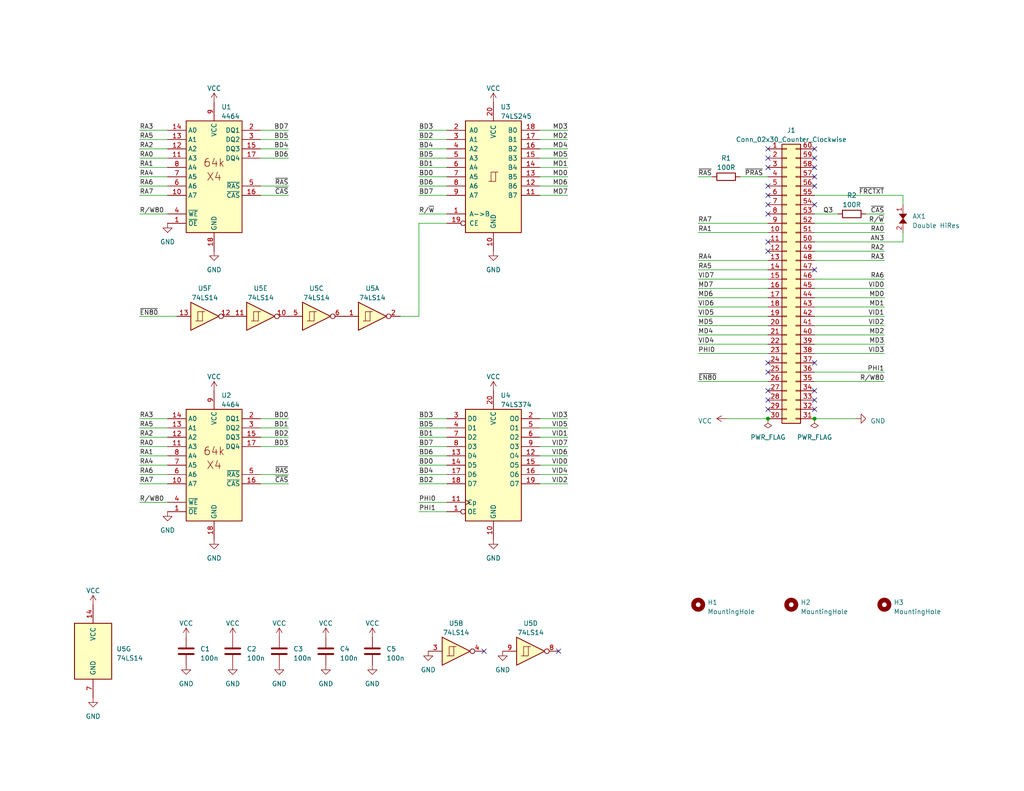
<source format=kicad_sch>
(kicad_sch (version 20230121) (generator eeschema)
  (paper "USLetter")
  (lib_symbols
    (symbol "74xx:74LS14" (pin_names (offset 1.016))
      (property "Reference" "U" (at 0 1.27 0))
      (property "Value" "74LS14" (at 0 -1.27 0))
      (symbol "74LS14_1_0"
        (polyline (pts (xy -3.81 3.81) (xy -3.81 -3.81) (xy 3.81 0) (xy -3.81 3.81)) (stroke (width 0.254)) (fill (type background)))
        (pin input line (at -7.62 0 0) (length 3.81) (name "~") (number "1"))
        (pin output inverted (at 7.62 0 180) (length 3.81) (name "~") (number "2"))
      )
      (symbol "74LS14_1_1"
        (polyline (pts (xy -1.905 -1.27) (xy -1.905 1.27) (xy -0.635 1.27)))
        (polyline (pts (xy -2.54 -1.27) (xy -0.635 -1.27) (xy -0.635 1.27) (xy 0 1.27)))
      )
      (symbol "74LS14_2_0"
        (polyline (pts (xy -3.81 3.81) (xy -3.81 -3.81) (xy 3.81 0) (xy -3.81 3.81)) (stroke (width 0.254)) (fill (type background)))
        (pin input line (at -7.62 0 0) (length 3.81) (name "~") (number "3"))
        (pin output inverted (at 7.62 0 180) (length 3.81) (name "~") (number "4"))
      )
      (symbol "74LS14_2_1"
        (polyline (pts (xy -1.905 -1.27) (xy -1.905 1.27) (xy -0.635 1.27)))
        (polyline (pts (xy -2.54 -1.27) (xy -0.635 -1.27) (xy -0.635 1.27) (xy 0 1.27)))
      )
      (symbol "74LS14_3_0"
        (polyline (pts (xy -3.81 3.81) (xy -3.81 -3.81) (xy 3.81 0) (xy -3.81 3.81)) (stroke (width 0.254)) (fill (type background)))
        (pin input line (at -7.62 0 0) (length 3.81) (name "~") (number "5"))
        (pin output inverted (at 7.62 0 180) (length 3.81) (name "~") (number "6"))
      )
      (symbol "74LS14_3_1"
        (polyline (pts (xy -1.905 -1.27) (xy -1.905 1.27) (xy -0.635 1.27)))
        (polyline (pts (xy -2.54 -1.27) (xy -0.635 -1.27) (xy -0.635 1.27) (xy 0 1.27)))
      )
      (symbol "74LS14_4_0"
        (polyline (pts (xy -3.81 3.81) (xy -3.81 -3.81) (xy 3.81 0) (xy -3.81 3.81)) (stroke (width 0.254)) (fill (type background)))
        (pin output inverted (at 7.62 0 180) (length 3.81) (name "~") (number "8"))
        (pin input line (at -7.62 0 0) (length 3.81) (name "~") (number "9"))
      )
      (symbol "74LS14_4_1"
        (polyline (pts (xy -1.905 -1.27) (xy -1.905 1.27) (xy -0.635 1.27)))
        (polyline (pts (xy -2.54 -1.27) (xy -0.635 -1.27) (xy -0.635 1.27) (xy 0 1.27)))
      )
      (symbol "74LS14_5_0"
        (polyline (pts (xy -3.81 3.81) (xy -3.81 -3.81) (xy 3.81 0) (xy -3.81 3.81)) (stroke (width 0.254)) (fill (type background)))
        (pin output inverted (at 7.62 0 180) (length 3.81) (name "~") (number "10"))
        (pin input line (at -7.62 0 0) (length 3.81) (name "~") (number "11"))
      )
      (symbol "74LS14_5_1"
        (polyline (pts (xy -1.905 -1.27) (xy -1.905 1.27) (xy -0.635 1.27)))
        (polyline (pts (xy -2.54 -1.27) (xy -0.635 -1.27) (xy -0.635 1.27) (xy 0 1.27)))
      )
      (symbol "74LS14_6_0"
        (polyline (pts (xy -3.81 3.81) (xy -3.81 -3.81) (xy 3.81 0) (xy -3.81 3.81)) (stroke (width 0.254)) (fill (type background)))
        (pin output inverted (at 7.62 0 180) (length 3.81) (name "~") (number "12"))
        (pin input line (at -7.62 0 0) (length 3.81) (name "~") (number "13"))
      )
      (symbol "74LS14_6_1"
        (polyline (pts (xy -1.905 -1.27) (xy -1.905 1.27) (xy -0.635 1.27)))
        (polyline (pts (xy -2.54 -1.27) (xy -0.635 -1.27) (xy -0.635 1.27) (xy 0 1.27)))
      )
      (symbol "74LS14_7_0"
        (pin power_in line (at 0 12.7 270) (length 5.08) (name "VCC") (number "14"))
        (pin power_in line (at 0 -12.7 90) (length 5.08) (name "GND") (number "7"))
      )
      (symbol "74LS14_7_1"
        (rectangle (start -5.08 7.62) (end 5.08 -7.62) (stroke (width 0.254)) (fill (type background)))
      )
    )
    (symbol "74xx:74LS245" (pin_names (offset 1.016))
      (property "Reference" "U" (at -7.62 16.51 0))
      (property "Value" "74LS245" (at -7.62 -16.51 0))
      (symbol "74LS245_1_0"
        (polyline (pts (xy -0.635 -1.27) (xy -0.635 1.27) (xy 0.635 1.27)))
        (polyline (pts (xy -1.27 -1.27) (xy 0.635 -1.27) (xy 0.635 1.27) (xy 1.27 1.27)))
        (pin input line (at -12.7 -10.16 0) (length 5.08) (name "A->B") (number "1"))
        (pin power_in line (at 0 -20.32 90) (length 5.08) (name "GND") (number "10"))
        (pin tri_state line (at 12.7 -5.08 180) (length 5.08) (name "B7") (number "11"))
        (pin tri_state line (at 12.7 -2.54 180) (length 5.08) (name "B6") (number "12"))
        (pin tri_state line (at 12.7 0 180) (length 5.08) (name "B5") (number "13"))
        (pin tri_state line (at 12.7 2.54 180) (length 5.08) (name "B4") (number "14"))
        (pin tri_state line (at 12.7 5.08 180) (length 5.08) (name "B3") (number "15"))
        (pin tri_state line (at 12.7 7.62 180) (length 5.08) (name "B2") (number "16"))
        (pin tri_state line (at 12.7 10.16 180) (length 5.08) (name "B1") (number "17"))
        (pin tri_state line (at 12.7 12.7 180) (length 5.08) (name "B0") (number "18"))
        (pin input inverted (at -12.7 -12.7 0) (length 5.08) (name "CE") (number "19"))
        (pin tri_state line (at -12.7 12.7 0) (length 5.08) (name "A0") (number "2"))
        (pin power_in line (at 0 20.32 270) (length 5.08) (name "VCC") (number "20"))
        (pin tri_state line (at -12.7 10.16 0) (length 5.08) (name "A1") (number "3"))
        (pin tri_state line (at -12.7 7.62 0) (length 5.08) (name "A2") (number "4"))
        (pin tri_state line (at -12.7 5.08 0) (length 5.08) (name "A3") (number "5"))
        (pin tri_state line (at -12.7 2.54 0) (length 5.08) (name "A4") (number "6"))
        (pin tri_state line (at -12.7 0 0) (length 5.08) (name "A5") (number "7"))
        (pin tri_state line (at -12.7 -2.54 0) (length 5.08) (name "A6") (number "8"))
        (pin tri_state line (at -12.7 -5.08 0) (length 5.08) (name "A7") (number "9"))
      )
      (symbol "74LS245_1_1"
        (rectangle (start -7.62 15.24) (end 7.62 -15.24) (stroke (width 0.254)) (fill (type background)))
      )
    )
    (symbol "74xx:74LS374"
      (property "Reference" "U" (at -7.62 16.51 0))
      (property "Value" "74LS374" (at -7.62 -16.51 0))
      (symbol "74LS374_1_0"
        (pin input inverted (at -12.7 -12.7 0) (length 5.08) (name "OE") (number "1"))
        (pin power_in line (at 0 -20.32 90) (length 5.08) (name "GND") (number "10"))
        (pin input clock (at -12.7 -10.16 0) (length 5.08) (name "Cp") (number "11"))
        (pin tri_state line (at 12.7 2.54 180) (length 5.08) (name "O4") (number "12"))
        (pin input line (at -12.7 2.54 0) (length 5.08) (name "D4") (number "13"))
        (pin input line (at -12.7 0 0) (length 5.08) (name "D5") (number "14"))
        (pin tri_state line (at 12.7 0 180) (length 5.08) (name "O5") (number "15"))
        (pin tri_state line (at 12.7 -2.54 180) (length 5.08) (name "O6") (number "16"))
        (pin input line (at -12.7 -2.54 0) (length 5.08) (name "D6") (number "17"))
        (pin input line (at -12.7 -5.08 0) (length 5.08) (name "D7") (number "18"))
        (pin tri_state line (at 12.7 -5.08 180) (length 5.08) (name "O7") (number "19"))
        (pin tri_state line (at 12.7 12.7 180) (length 5.08) (name "O0") (number "2"))
        (pin power_in line (at 0 20.32 270) (length 5.08) (name "VCC") (number "20"))
        (pin input line (at -12.7 12.7 0) (length 5.08) (name "D0") (number "3"))
        (pin input line (at -12.7 10.16 0) (length 5.08) (name "D1") (number "4"))
        (pin tri_state line (at 12.7 10.16 180) (length 5.08) (name "O1") (number "5"))
        (pin tri_state line (at 12.7 7.62 180) (length 5.08) (name "O2") (number "6"))
        (pin input line (at -12.7 7.62 0) (length 5.08) (name "D2") (number "7"))
        (pin input line (at -12.7 5.08 0) (length 5.08) (name "D3") (number "8"))
        (pin tri_state line (at 12.7 5.08 180) (length 5.08) (name "O3") (number "9"))
      )
      (symbol "74LS374_1_1"
        (rectangle (start -7.62 15.24) (end 7.62 -15.24) (stroke (width 0.254)) (fill (type background)))
      )
    )
    (symbol "Connector_Generic:Conn_02x30_Counter_Clockwise" (pin_names (offset 1.016) hide)
      (property "Reference" "J" (at 1.27 38.1 0))
      (property "Value" "Conn_02x30_Counter_Clockwise" (at 1.27 -40.64 0))
      (symbol "Conn_02x30_Counter_Clockwise_1_1"
        (rectangle (start -1.27 -37.973) (end 0 -38.227) (stroke (width 0.1524)))
        (rectangle (start -1.27 -35.433) (end 0 -35.687) (stroke (width 0.1524)))
        (rectangle (start -1.27 -32.893) (end 0 -33.147) (stroke (width 0.1524)))
        (rectangle (start -1.27 -30.353) (end 0 -30.607) (stroke (width 0.1524)))
        (rectangle (start -1.27 -27.813) (end 0 -28.067) (stroke (width 0.1524)))
        (rectangle (start -1.27 -25.273) (end 0 -25.527) (stroke (width 0.1524)))
        (rectangle (start -1.27 -22.733) (end 0 -22.987) (stroke (width 0.1524)))
        (rectangle (start -1.27 -20.193) (end 0 -20.447) (stroke (width 0.1524)))
        (rectangle (start -1.27 -17.653) (end 0 -17.907) (stroke (width 0.1524)))
        (rectangle (start -1.27 -15.113) (end 0 -15.367) (stroke (width 0.1524)))
        (rectangle (start -1.27 -12.573) (end 0 -12.827) (stroke (width 0.1524)))
        (rectangle (start -1.27 -10.033) (end 0 -10.287) (stroke (width 0.1524)))
        (rectangle (start -1.27 -7.493) (end 0 -7.747) (stroke (width 0.1524)))
        (rectangle (start -1.27 -4.953) (end 0 -5.207) (stroke (width 0.1524)))
        (rectangle (start -1.27 -2.413) (end 0 -2.667) (stroke (width 0.1524)))
        (rectangle (start -1.27 0.127) (end 0 -0.127) (stroke (width 0.1524)))
        (rectangle (start -1.27 2.667) (end 0 2.413) (stroke (width 0.1524)))
        (rectangle (start -1.27 5.207) (end 0 4.953) (stroke (width 0.1524)))
        (rectangle (start -1.27 7.747) (end 0 7.493) (stroke (width 0.1524)))
        (rectangle (start -1.27 10.287) (end 0 10.033) (stroke (width 0.1524)))
        (rectangle (start -1.27 12.827) (end 0 12.573) (stroke (width 0.1524)))
        (rectangle (start -1.27 15.367) (end 0 15.113) (stroke (width 0.1524)))
        (rectangle (start -1.27 17.907) (end 0 17.653) (stroke (width 0.1524)))
        (rectangle (start -1.27 20.447) (end 0 20.193) (stroke (width 0.1524)))
        (rectangle (start -1.27 22.987) (end 0 22.733) (stroke (width 0.1524)))
        (rectangle (start -1.27 25.527) (end 0 25.273) (stroke (width 0.1524)))
        (rectangle (start -1.27 28.067) (end 0 27.813) (stroke (width 0.1524)))
        (rectangle (start -1.27 30.607) (end 0 30.353) (stroke (width 0.1524)))
        (rectangle (start -1.27 33.147) (end 0 32.893) (stroke (width 0.1524)))
        (rectangle (start -1.27 35.687) (end 0 35.433) (stroke (width 0.1524)))
        (rectangle (start -1.27 36.83) (end 3.81 -39.37) (stroke (width 0.254)) (fill (type background)))
        (rectangle (start 3.81 -37.973) (end 2.54 -38.227) (stroke (width 0.1524)))
        (rectangle (start 3.81 -35.433) (end 2.54 -35.687) (stroke (width 0.1524)))
        (rectangle (start 3.81 -32.893) (end 2.54 -33.147) (stroke (width 0.1524)))
        (rectangle (start 3.81 -30.353) (end 2.54 -30.607) (stroke (width 0.1524)))
        (rectangle (start 3.81 -27.813) (end 2.54 -28.067) (stroke (width 0.1524)))
        (rectangle (start 3.81 -25.273) (end 2.54 -25.527) (stroke (width 0.1524)))
        (rectangle (start 3.81 -22.733) (end 2.54 -22.987) (stroke (width 0.1524)))
        (rectangle (start 3.81 -20.193) (end 2.54 -20.447) (stroke (width 0.1524)))
        (rectangle (start 3.81 -17.653) (end 2.54 -17.907) (stroke (width 0.1524)))
        (rectangle (start 3.81 -15.113) (end 2.54 -15.367) (stroke (width 0.1524)))
        (rectangle (start 3.81 -12.573) (end 2.54 -12.827) (stroke (width 0.1524)))
        (rectangle (start 3.81 -10.033) (end 2.54 -10.287) (stroke (width 0.1524)))
        (rectangle (start 3.81 -7.493) (end 2.54 -7.747) (stroke (width 0.1524)))
        (rectangle (start 3.81 -4.953) (end 2.54 -5.207) (stroke (width 0.1524)))
        (rectangle (start 3.81 -2.413) (end 2.54 -2.667) (stroke (width 0.1524)))
        (rectangle (start 3.81 0.127) (end 2.54 -0.127) (stroke (width 0.1524)))
        (rectangle (start 3.81 2.667) (end 2.54 2.413) (stroke (width 0.1524)))
        (rectangle (start 3.81 5.207) (end 2.54 4.953) (stroke (width 0.1524)))
        (rectangle (start 3.81 7.747) (end 2.54 7.493) (stroke (width 0.1524)))
        (rectangle (start 3.81 10.287) (end 2.54 10.033) (stroke (width 0.1524)))
        (rectangle (start 3.81 12.827) (end 2.54 12.573) (stroke (width 0.1524)))
        (rectangle (start 3.81 15.367) (end 2.54 15.113) (stroke (width 0.1524)))
        (rectangle (start 3.81 17.907) (end 2.54 17.653) (stroke (width 0.1524)))
        (rectangle (start 3.81 20.447) (end 2.54 20.193) (stroke (width 0.1524)))
        (rectangle (start 3.81 22.987) (end 2.54 22.733) (stroke (width 0.1524)))
        (rectangle (start 3.81 25.527) (end 2.54 25.273) (stroke (width 0.1524)))
        (rectangle (start 3.81 28.067) (end 2.54 27.813) (stroke (width 0.1524)))
        (rectangle (start 3.81 30.607) (end 2.54 30.353) (stroke (width 0.1524)))
        (rectangle (start 3.81 33.147) (end 2.54 32.893) (stroke (width 0.1524)))
        (rectangle (start 3.81 35.687) (end 2.54 35.433) (stroke (width 0.1524)))
        (pin passive line (at -5.08 35.56 0) (length 3.81) (name "Pin_1") (number "1"))
        (pin passive line (at -5.08 12.7 0) (length 3.81) (name "Pin_10") (number "10"))
        (pin passive line (at -5.08 10.16 0) (length 3.81) (name "Pin_11") (number "11"))
        (pin passive line (at -5.08 7.62 0) (length 3.81) (name "Pin_12") (number "12"))
        (pin passive line (at -5.08 5.08 0) (length 3.81) (name "Pin_13") (number "13"))
        (pin passive line (at -5.08 2.54 0) (length 3.81) (name "Pin_14") (number "14"))
        (pin passive line (at -5.08 0 0) (length 3.81) (name "Pin_15") (number "15"))
        (pin passive line (at -5.08 -2.54 0) (length 3.81) (name "Pin_16") (number "16"))
        (pin passive line (at -5.08 -5.08 0) (length 3.81) (name "Pin_17") (number "17"))
        (pin passive line (at -5.08 -7.62 0) (length 3.81) (name "Pin_18") (number "18"))
        (pin passive line (at -5.08 -10.16 0) (length 3.81) (name "Pin_19") (number "19"))
        (pin passive line (at -5.08 33.02 0) (length 3.81) (name "Pin_2") (number "2"))
        (pin passive line (at -5.08 -12.7 0) (length 3.81) (name "Pin_20") (number "20"))
        (pin passive line (at -5.08 -15.24 0) (length 3.81) (name "Pin_21") (number "21"))
        (pin passive line (at -5.08 -17.78 0) (length 3.81) (name "Pin_22") (number "22"))
        (pin passive line (at -5.08 -20.32 0) (length 3.81) (name "Pin_23") (number "23"))
        (pin passive line (at -5.08 -22.86 0) (length 3.81) (name "Pin_24") (number "24"))
        (pin passive line (at -5.08 -25.4 0) (length 3.81) (name "Pin_25") (number "25"))
        (pin passive line (at -5.08 -27.94 0) (length 3.81) (name "Pin_26") (number "26"))
        (pin passive line (at -5.08 -30.48 0) (length 3.81) (name "Pin_27") (number "27"))
        (pin passive line (at -5.08 -33.02 0) (length 3.81) (name "Pin_28") (number "28"))
        (pin passive line (at -5.08 -35.56 0) (length 3.81) (name "Pin_29") (number "29"))
        (pin passive line (at -5.08 30.48 0) (length 3.81) (name "Pin_3") (number "3"))
        (pin passive line (at -5.08 -38.1 0) (length 3.81) (name "Pin_30") (number "30"))
        (pin passive line (at 7.62 -38.1 180) (length 3.81) (name "Pin_31") (number "31"))
        (pin passive line (at 7.62 -35.56 180) (length 3.81) (name "Pin_32") (number "32"))
        (pin passive line (at 7.62 -33.02 180) (length 3.81) (name "Pin_33") (number "33"))
        (pin passive line (at 7.62 -30.48 180) (length 3.81) (name "Pin_34") (number "34"))
        (pin passive line (at 7.62 -27.94 180) (length 3.81) (name "Pin_35") (number "35"))
        (pin passive line (at 7.62 -25.4 180) (length 3.81) (name "Pin_36") (number "36"))
        (pin passive line (at 7.62 -22.86 180) (length 3.81) (name "Pin_37") (number "37"))
        (pin passive line (at 7.62 -20.32 180) (length 3.81) (name "Pin_38") (number "38"))
        (pin passive line (at 7.62 -17.78 180) (length 3.81) (name "Pin_39") (number "39"))
        (pin passive line (at -5.08 27.94 0) (length 3.81) (name "Pin_4") (number "4"))
        (pin passive line (at 7.62 -15.24 180) (length 3.81) (name "Pin_40") (number "40"))
        (pin passive line (at 7.62 -12.7 180) (length 3.81) (name "Pin_41") (number "41"))
        (pin passive line (at 7.62 -10.16 180) (length 3.81) (name "Pin_42") (number "42"))
        (pin passive line (at 7.62 -7.62 180) (length 3.81) (name "Pin_43") (number "43"))
        (pin passive line (at 7.62 -5.08 180) (length 3.81) (name "Pin_44") (number "44"))
        (pin passive line (at 7.62 -2.54 180) (length 3.81) (name "Pin_45") (number "45"))
        (pin passive line (at 7.62 0 180) (length 3.81) (name "Pin_46") (number "46"))
        (pin passive line (at 7.62 2.54 180) (length 3.81) (name "Pin_47") (number "47"))
        (pin passive line (at 7.62 5.08 180) (length 3.81) (name "Pin_48") (number "48"))
        (pin passive line (at 7.62 7.62 180) (length 3.81) (name "Pin_49") (number "49"))
        (pin passive line (at -5.08 25.4 0) (length 3.81) (name "Pin_5") (number "5"))
        (pin passive line (at 7.62 10.16 180) (length 3.81) (name "Pin_50") (number "50"))
        (pin passive line (at 7.62 12.7 180) (length 3.81) (name "Pin_51") (number "51"))
        (pin passive line (at 7.62 15.24 180) (length 3.81) (name "Pin_52") (number "52"))
        (pin passive line (at 7.62 17.78 180) (length 3.81) (name "Pin_53") (number "53"))
        (pin passive line (at 7.62 20.32 180) (length 3.81) (name "Pin_54") (number "54"))
        (pin passive line (at 7.62 22.86 180) (length 3.81) (name "Pin_55") (number "55"))
        (pin passive line (at 7.62 25.4 180) (length 3.81) (name "Pin_56") (number "56"))
        (pin passive line (at 7.62 27.94 180) (length 3.81) (name "Pin_57") (number "57"))
        (pin passive line (at 7.62 30.48 180) (length 3.81) (name "Pin_58") (number "58"))
        (pin passive line (at 7.62 33.02 180) (length 3.81) (name "Pin_59") (number "59"))
        (pin passive line (at -5.08 22.86 0) (length 3.81) (name "Pin_6") (number "6"))
        (pin passive line (at 7.62 35.56 180) (length 3.81) (name "Pin_60") (number "60"))
        (pin passive line (at -5.08 20.32 0) (length 3.81) (name "Pin_7") (number "7"))
        (pin passive line (at -5.08 17.78 0) (length 3.81) (name "Pin_8") (number "8"))
        (pin passive line (at -5.08 15.24 0) (length 3.81) (name "Pin_9") (number "9"))
      )
    )
    (symbol "Device:C" (pin_numbers hide) (pin_names (offset 0.254))
      (property "Reference" "C" (at 0.635 2.54 0))
      (property "Value" "C" (at 0.635 -2.54 0))
      (symbol "C_0_1"
        (polyline (pts (xy -2.032 -0.762) (xy 2.032 -0.762)) (stroke (width 0.508)))
        (polyline (pts (xy -2.032 0.762) (xy 2.032 0.762)) (stroke (width 0.508)))
      )
      (symbol "C_1_1"
        (pin passive line (at 0 3.81 270) (length 2.794) (name "~") (number "1"))
        (pin passive line (at 0 -3.81 90) (length 2.794) (name "~") (number "2"))
      )
    )
    (symbol "Device:R" (pin_numbers hide) (pin_names (offset 0))
      (property "Reference" "R" (at 2.032 0 90))
      (property "Value" "R" (at 0 0 90))
      (symbol "R_0_1"
        (rectangle (start -1.016 -2.54) (end 1.016 2.54) (stroke (width 0.254)))
      )
      (symbol "R_1_1"
        (pin passive line (at 0 3.81 270) (length 1.27) (name "~") (number "1"))
        (pin passive line (at 0 -3.81 90) (length 1.27) (name "~") (number "2"))
      )
    )
    (symbol "Mechanical:MountingHole" (pin_names (offset 1.016))
      (property "Reference" "H" (at 0 5.08 0))
      (property "Value" "MountingHole" (at 0 3.175 0))
      (symbol "MountingHole_0_1"
        (circle (center 0 0) (radius 1.27) (stroke (width 1.27)))
      )
    )
    (symbol "MyPassives:SolderJumper_2_Bowtie" (pin_names (offset 0) hide)
      (property "Reference" "JP" (at 0 2.032 0))
      (property "Value" "SolderJumper_2_Bowtie" (at 0 -2.54 0))
      (symbol "SolderJumper_2_Bowtie_0_1"
        (polyline (pts (xy -1.27 1.016) (xy -1.27 -1.016) (xy 0 0) (xy -1.27 1.016)) (fill (type outline)))
        (polyline (pts (xy 1.27 -1.016) (xy 1.27 1.016) (xy 0 0) (xy 1.27 -1.016)) (fill (type outline)))
      )
      (symbol "SolderJumper_2_Bowtie_1_1"
        (pin passive line (at -3.81 0 0) (length 2.54) (name "A") (number "1"))
        (pin passive line (at 3.81 0 180) (length 2.54) (name "B") (number "2"))
      )
    )
    (symbol "MyRam:41464"
      (property "Reference" "U?" (at 1.27 15.24 0))
      (property "Value" "41464" (at 1.27 12.7 0))
      (symbol "41464_0_1"
        (rectangle (start -7.62 10.16) (end 7.62 -20.32) (stroke (width 0.254)) (fill (type background)))
      )
      (symbol "41464_1_0"
        (pin bidirectional line (at 12.7 -10.16 180) (length 5.08) (name "~{CAS}") (number "16"))
        (pin bidirectional line (at 12.7 -7.62 180) (length 5.08) (name "~{RAS}") (number "5"))
      )
      (symbol "41464_1_1"
        (text "64k" (at 0 0 0) (effects (font (size 2.1336 2.1336)) (justify top)))
        (text "X4" (at 0 -3.81 0) (effects (font (size 2.1336 2.1336)) (justify top)))
        (pin input line (at -12.7 -17.78 0) (length 5.08) (name "~{OE}") (number "1"))
        (pin input line (at -12.7 -10.16 0) (length 5.08) (name "A7") (number "10"))
        (pin input line (at -12.7 0 0) (length 5.08) (name "A3") (number "11"))
        (pin input line (at -12.7 2.54 0) (length 5.08) (name "A2") (number "12"))
        (pin input line (at -12.7 5.08 0) (length 5.08) (name "A1") (number "13"))
        (pin input line (at -12.7 7.62 0) (length 5.08) (name "A0") (number "14"))
        (pin bidirectional line (at 12.7 2.54 180) (length 5.08) (name "DQ3") (number "15"))
        (pin bidirectional line (at 12.7 0 180) (length 5.08) (name "DQ4") (number "17"))
        (pin power_in line (at 0 -25.4 90) (length 5.08) (name "GND") (number "18"))
        (pin bidirectional line (at 12.7 7.62 180) (length 5.08) (name "DQ1") (number "2"))
        (pin bidirectional line (at 12.7 5.08 180) (length 5.08) (name "DQ2") (number "3"))
        (pin input line (at -12.7 -15.24 0) (length 5.08) (name "~{WE}") (number "4"))
        (pin input line (at -12.7 -7.62 0) (length 5.08) (name "A6") (number "6"))
        (pin input line (at -12.7 -5.08 0) (length 5.08) (name "A5") (number "7"))
        (pin input line (at -12.7 -2.54 0) (length 5.08) (name "A4") (number "8"))
        (pin power_in line (at 0 15.24 270) (length 5.08) (name "VCC") (number "9"))
      )
    )
    (symbol "power:GND" (power) (pin_names (offset 0))
      (property "Value" "GND" (at 0 -3.81 0))
      (symbol "GND_0_1"
        (polyline (pts (xy 0 0) (xy 0 -1.27) (xy 1.27 -1.27) (xy 0 -2.54) (xy -1.27 -1.27) (xy 0 -1.27)))
      )
      (symbol "GND_1_1"
        (pin power_in line (at 0 0 270) (length 0) hide (name "GND") (number "1"))
      )
    )
    (symbol "power:PWR_FLAG" (power) (pin_numbers hide) (pin_names (offset 0) hide)
      (property "Value" "PWR_FLAG" (at 0 3.81 0))
      (symbol "PWR_FLAG_0_0"
        (pin power_out line (at 0 0 90) (length 0) (name "pwr") (number "1"))
      )
      (symbol "PWR_FLAG_0_1"
        (polyline (pts (xy 0 0) (xy 0 1.27) (xy -1.016 1.905) (xy 0 2.54) (xy 1.016 1.905) (xy 0 1.27)))
      )
    )
    (symbol "power:VCC" (power) (pin_names (offset 0))
      (property "Value" "VCC" (at 0 3.81 0))
      (symbol "VCC_0_1"
        (polyline (pts (xy -0.762 1.27) (xy 0 2.54)))
        (polyline (pts (xy 0 0) (xy 0 2.54)))
        (polyline (pts (xy 0 2.54) (xy 0.762 1.27)))
      )
      (symbol "VCC_1_1"
        (pin power_in line (at 0 0 90) (length 0) hide (name "VCC") (number "1"))
      )
    )
  )
  (junction (at 222.25 114.3))
  (junction (at 209.55 114.3))
  (no_connect (at 222.25 45.72))
  (no_connect (at 222.25 50.8))
  (no_connect (at 222.25 99.06))
  (no_connect (at 209.55 106.68))
  (no_connect (at 209.55 55.88))
  (no_connect (at 209.55 53.34))
  (no_connect (at 209.55 45.72))
  (no_connect (at 222.25 43.18))
  (no_connect (at 209.55 101.6))
  (no_connect (at 209.55 111.76))
  (no_connect (at 209.55 109.22))
  (no_connect (at 222.25 40.64))
  (no_connect (at 222.25 106.68))
  (no_connect (at 152.4 177.8))
  (no_connect (at 222.25 55.88))
  (no_connect (at 209.55 68.58))
  (no_connect (at 222.25 73.66))
  (no_connect (at 209.55 66.04))
  (no_connect (at 209.55 43.18))
  (no_connect (at 209.55 40.64))
  (no_connect (at 222.25 109.22))
  (no_connect (at 209.55 50.8))
  (no_connect (at 209.55 58.42))
  (no_connect (at 222.25 111.76))
  (no_connect (at 132.08 177.8))
  (no_connect (at 209.55 99.06))
  (no_connect (at 222.25 48.26))
  (wire (pts (xy 38.1 116.84) (xy 45.72 116.84)))
  (wire (pts (xy 38.1 38.1) (xy 45.72 38.1)))
  (wire (pts (xy 121.92 38.1) (xy 114.3 38.1)))
  (wire (pts (xy 222.25 63.5) (xy 241.3 63.5)))
  (wire (pts (xy 38.1 48.26) (xy 45.72 48.26)))
  (wire (pts (xy 38.1 43.18) (xy 45.72 43.18)))
  (wire (pts (xy 222.25 101.6) (xy 241.3 101.6)))
  (wire (pts (xy 114.3 121.92) (xy 121.92 121.92)))
  (wire (pts (xy 190.5 78.74) (xy 209.55 78.74)))
  (wire (pts (xy 121.92 132.08) (xy 114.3 132.08)))
  (wire (pts (xy 154.94 127) (xy 147.32 127)))
  (wire (pts (xy 241.3 81.28) (xy 222.25 81.28)))
  (wire (pts (xy 222.25 91.44) (xy 241.3 91.44)))
  (wire (pts (xy 154.94 121.92) (xy 147.32 121.92)))
  (wire (pts (xy 71.12 38.1) (xy 78.74 38.1)))
  (wire (pts (xy 71.12 116.84) (xy 78.74 116.84)))
  (wire (pts (xy 222.25 88.9) (xy 241.3 88.9)))
  (wire (pts (xy 114.3 60.96) (xy 121.92 60.96)))
  (wire (pts (xy 190.5 48.26) (xy 194.31 48.26)))
  (wire (pts (xy 121.92 116.84) (xy 114.3 116.84)))
  (wire (pts (xy 121.92 48.26) (xy 114.3 48.26)))
  (wire (pts (xy 154.94 119.38) (xy 147.32 119.38)))
  (wire (pts (xy 222.25 66.04) (xy 246.38 66.04)))
  (wire (pts (xy 78.74 53.34) (xy 71.12 53.34)))
  (wire (pts (xy 121.92 119.38) (xy 114.3 119.38)))
  (wire (pts (xy 222.25 53.34) (xy 246.38 53.34)))
  (wire (pts (xy 38.1 50.8) (xy 45.72 50.8)))
  (wire (pts (xy 38.1 132.08) (xy 45.72 132.08)))
  (wire (pts (xy 154.94 40.64) (xy 147.32 40.64)))
  (wire (pts (xy 222.25 93.98) (xy 241.3 93.98)))
  (wire (pts (xy 154.94 35.56) (xy 147.32 35.56)))
  (wire (pts (xy 190.5 73.66) (xy 209.55 73.66)))
  (wire (pts (xy 71.12 40.64) (xy 78.74 40.64)))
  (wire (pts (xy 222.25 83.82) (xy 241.3 83.82)))
  (wire (pts (xy 198.12 114.3) (xy 209.55 114.3)))
  (wire (pts (xy 38.1 121.92) (xy 45.72 121.92)))
  (wire (pts (xy 121.92 114.3) (xy 114.3 114.3)))
  (wire (pts (xy 233.68 114.3) (xy 222.25 114.3)))
  (wire (pts (xy 121.92 53.34) (xy 114.3 53.34)))
  (wire (pts (xy 38.1 124.46) (xy 45.72 124.46)))
  (wire (pts (xy 38.1 129.54) (xy 45.72 129.54)))
  (wire (pts (xy 38.1 127) (xy 45.72 127)))
  (wire (pts (xy 154.94 132.08) (xy 147.32 132.08)))
  (wire (pts (xy 222.25 68.58) (xy 241.3 68.58)))
  (wire (pts (xy 154.94 50.8) (xy 147.32 50.8)))
  (wire (pts (xy 38.1 119.38) (xy 45.72 119.38)))
  (wire (pts (xy 190.5 63.5) (xy 209.55 63.5)))
  (wire (pts (xy 114.3 43.18) (xy 121.92 43.18)))
  (wire (pts (xy 121.92 35.56) (xy 114.3 35.56)))
  (wire (pts (xy 201.93 48.26) (xy 209.55 48.26)))
  (wire (pts (xy 154.94 129.54) (xy 147.32 129.54)))
  (wire (pts (xy 114.3 58.42) (xy 121.92 58.42)))
  (wire (pts (xy 78.74 129.54) (xy 71.12 129.54)))
  (wire (pts (xy 241.3 60.96) (xy 222.25 60.96)))
  (wire (pts (xy 121.92 45.72) (xy 114.3 45.72)))
  (wire (pts (xy 121.92 50.8) (xy 114.3 50.8)))
  (wire (pts (xy 154.94 38.1) (xy 147.32 38.1)))
  (wire (pts (xy 71.12 121.92) (xy 78.74 121.92)))
  (wire (pts (xy 190.5 96.52) (xy 209.55 96.52)))
  (wire (pts (xy 121.92 124.46) (xy 114.3 124.46)))
  (wire (pts (xy 38.1 45.72) (xy 45.72 45.72)))
  (wire (pts (xy 71.12 114.3) (xy 78.74 114.3)))
  (wire (pts (xy 190.5 81.28) (xy 209.55 81.28)))
  (wire (pts (xy 147.32 45.72) (xy 154.94 45.72)))
  (wire (pts (xy 246.38 53.34) (xy 246.38 55.88)))
  (wire (pts (xy 222.25 76.2) (xy 241.3 76.2)))
  (wire (pts (xy 190.5 60.96) (xy 209.55 60.96)))
  (wire (pts (xy 154.94 114.3) (xy 147.32 114.3)))
  (wire (pts (xy 38.1 35.56) (xy 45.72 35.56)))
  (wire (pts (xy 222.25 78.74) (xy 241.3 78.74)))
  (wire (pts (xy 154.94 53.34) (xy 147.32 53.34)))
  (wire (pts (xy 78.74 132.08) (xy 71.12 132.08)))
  (wire (pts (xy 190.5 93.98) (xy 209.55 93.98)))
  (wire (pts (xy 154.94 48.26) (xy 147.32 48.26)))
  (wire (pts (xy 78.74 50.8) (xy 71.12 50.8)))
  (wire (pts (xy 78.74 43.18) (xy 71.12 43.18)))
  (wire (pts (xy 222.25 96.52) (xy 241.3 96.52)))
  (wire (pts (xy 121.92 127) (xy 114.3 127)))
  (wire (pts (xy 190.5 76.2) (xy 209.55 76.2)))
  (wire (pts (xy 38.1 86.36) (xy 48.26 86.36)))
  (wire (pts (xy 190.5 71.12) (xy 209.55 71.12)))
  (wire (pts (xy 114.3 137.16) (xy 121.92 137.16)))
  (wire (pts (xy 114.3 86.36) (xy 114.3 60.96)))
  (wire (pts (xy 154.94 116.84) (xy 147.32 116.84)))
  (wire (pts (xy 38.1 53.34) (xy 45.72 53.34)))
  (wire (pts (xy 190.5 91.44) (xy 209.55 91.44)))
  (wire (pts (xy 190.5 83.82) (xy 209.55 83.82)))
  (wire (pts (xy 71.12 35.56) (xy 78.74 35.56)))
  (wire (pts (xy 154.94 43.18) (xy 147.32 43.18)))
  (wire (pts (xy 246.38 66.04) (xy 246.38 63.5)))
  (wire (pts (xy 38.1 137.16) (xy 45.72 137.16)))
  (wire (pts (xy 222.25 104.14) (xy 241.3 104.14)))
  (wire (pts (xy 236.22 58.42) (xy 241.3 58.42)))
  (wire (pts (xy 38.1 40.64) (xy 45.72 40.64)))
  (wire (pts (xy 190.5 86.36) (xy 209.55 86.36)))
  (wire (pts (xy 121.92 129.54) (xy 114.3 129.54)))
  (wire (pts (xy 190.5 104.14) (xy 209.55 104.14)))
  (wire (pts (xy 228.6 58.42) (xy 222.25 58.42)))
  (wire (pts (xy 109.22 86.36) (xy 114.3 86.36)))
  (wire (pts (xy 222.25 71.12) (xy 241.3 71.12)))
  (wire (pts (xy 222.25 86.36) (xy 241.3 86.36)))
  (wire (pts (xy 190.5 88.9) (xy 209.55 88.9)))
  (wire (pts (xy 154.94 124.46) (xy 147.32 124.46)))
  (wire (pts (xy 121.92 40.64) (xy 114.3 40.64)))
  (wire (pts (xy 38.1 114.3) (xy 45.72 114.3)))
  (wire (pts (xy 38.1 58.42) (xy 45.72 58.42)))
  (wire (pts (xy 114.3 139.7) (xy 121.92 139.7)))
  (wire (pts (xy 71.12 119.38) (xy 78.74 119.38)))
  (label "BD4" (at 78.74 40.64 180))
  (label "VID7" (at 154.94 121.92 180))
  (label "VID4" (at 154.94 129.54 180))
  (label "BD0" (at 114.3 48.26 0))
  (label "RA0" (at 38.1 121.92 0))
  (label "BD2" (at 114.3 132.08 0))
  (label "BD1" (at 114.3 119.38 0))
  (label "PHI1" (at 114.3 139.7 0))
  (label "MD7" (at 190.5 78.74 0))
  (label "Q3" (at 227.33 58.42 180))
  (label "~{EN80}" (at 190.5 104.14 0))
  (label "VID5" (at 154.94 116.84 180))
  (label "VID5" (at 190.5 86.36 0))
  (label "MD4" (at 154.94 40.64 180))
  (label "VID3" (at 241.3 96.52 180))
  (label "MD6" (at 190.5 81.28 0))
  (label "VID0" (at 241.3 78.74 180))
  (label "MD3" (at 241.3 93.98 180))
  (label "MD4" (at 190.5 91.44 0))
  (label "BD3" (at 114.3 35.56 0))
  (label "RA6" (at 38.1 129.54 0))
  (label "BD4" (at 114.3 129.54 0))
  (label "PHI0" (at 114.3 137.16 0))
  (label "BD5" (at 78.74 38.1 180))
  (label "VID2" (at 154.94 132.08 180))
  (label "BD1" (at 114.3 45.72 0))
  (label "AN3" (at 241.3 66.04 180))
  (label "MD7" (at 154.94 53.34 180))
  (label "VID4" (at 190.5 93.98 0))
  (label "~{RAS}" (at 78.74 50.8 180))
  (label "BD7" (at 78.74 35.56 180))
  (label "~{EN80}" (at 38.1 86.36 0))
  (label "~{CAS}" (at 78.74 53.34 180))
  (label "~{CAS}" (at 241.3 58.42 180))
  (label "BD3" (at 78.74 121.92 180))
  (label "BD6" (at 78.74 43.18 180))
  (label "RA2" (at 38.1 40.64 0))
  (label "BD3" (at 114.3 114.3 0))
  (label "BD0" (at 78.74 114.3 180))
  (label "RA1" (at 38.1 45.72 0))
  (label "BD4" (at 114.3 40.64 0))
  (label "~{FRCTXT}" (at 241.3 53.34 180))
  (label "RA7" (at 190.5 60.96 0))
  (label "RA1" (at 38.1 124.46 0))
  (label "RA5" (at 38.1 38.1 0))
  (label "PHI0" (at 190.5 96.52 0))
  (label "MD6" (at 154.94 50.8 180))
  (label "RA3" (at 38.1 35.56 0))
  (label "VID1" (at 154.94 119.38 180))
  (label "MD0" (at 154.94 48.26 180))
  (label "VID0" (at 154.94 127 180))
  (label "BD7" (at 114.3 121.92 0))
  (label "PHI1" (at 241.3 101.6 180))
  (label "RA6" (at 38.1 50.8 0))
  (label "VID7" (at 190.5 76.2 0))
  (label "BD2" (at 114.3 38.1 0))
  (label "R{slash}~{W}" (at 114.3 58.42 0))
  (label "RA5" (at 38.1 116.84 0))
  (label "MD0" (at 241.3 81.28 180))
  (label "RA7" (at 38.1 132.08 0))
  (label "RA1" (at 190.5 63.5 0))
  (label "MD1" (at 154.94 45.72 180))
  (label "MD1" (at 241.3 83.82 180))
  (label "MD5" (at 190.5 88.9 0))
  (label "RA4" (at 38.1 48.26 0))
  (label "RA2" (at 241.3 68.58 180))
  (label "R{slash}W80" (at 241.3 104.14 180))
  (label "BD6" (at 114.3 50.8 0))
  (label "RA3" (at 38.1 114.3 0))
  (label "VID1" (at 241.3 86.36 180))
  (label "VID3" (at 154.94 114.3 180))
  (label "MD3" (at 154.94 35.56 180))
  (label "MD2" (at 241.3 91.44 180))
  (label "RA3" (at 241.3 71.12 180))
  (label "RA6" (at 241.3 76.2 180))
  (label "MD5" (at 154.94 43.18 180))
  (label "R{slash}W80" (at 38.1 58.42 0))
  (label "RA7" (at 38.1 53.34 0))
  (label "BD7" (at 114.3 53.34 0))
  (label "RA4" (at 190.5 71.12 0))
  (label "RA2" (at 38.1 119.38 0))
  (label "VID2" (at 241.3 88.9 180))
  (label "BD2" (at 78.74 119.38 180))
  (label "~{RAS}" (at 78.74 129.54 180))
  (label "~{RAS}" (at 190.5 48.26 0))
  (label "R{slash}~{W}" (at 241.3 60.96 180))
  (label "RA4" (at 38.1 127 0))
  (label "BD5" (at 114.3 116.84 0))
  (label "BD6" (at 114.3 124.46 0))
  (label "R{slash}W80" (at 38.1 137.16 0))
  (label "BD5" (at 114.3 43.18 0))
  (label "RA0" (at 241.3 63.5 180))
  (label "RA0" (at 38.1 43.18 0))
  (label "RA5" (at 190.5 73.66 0))
  (label "BD1" (at 78.74 116.84 180))
  (label "VID6" (at 154.94 124.46 180))
  (label "~{CAS}" (at 78.74 132.08 180))
  (label "MD2" (at 154.94 38.1 180))
  (label "BD0" (at 114.3 127 0))
  (label "~{PRAS}" (at 203.2 48.26 0))
  (label "VID6" (at 190.5 83.82 0))
  (symbol (lib_id "Mechanical:MountingHole") (at 190.5 165.1 0) (unit 1)
    (property "Reference" "H1" (at 193.04 164.465 0) (effects (justify left)))
    (property "Value" "MountingHole" (at 193.04 167.005 0) (effects (justify left)))
    (property "Footprint" "MountingHole:MountingHole_3.2mm_M3" (effects hide))
  )
  (symbol (lib_id "power:GND") (at 137.16 177.8 0) (unit 1)
    (property "Reference" "#PWR021" (effects hide))
    (property "Value" "GND" (at 137.16 182.88 0))
  )
  (symbol (lib_id "74xx:74LS14") (at 55.88 86.36 0) (unit 6)
    (property "Reference" "U5" (at 55.88 78.74 0))
    (property "Value" "74LS14" (at 55.88 81.28 0))
    (property "Footprint" "Package_DIP:DIP-14_W7.62mm" (effects hide))
    (property "Datasheet" "http://www.ti.com/lit/gpn/sn74LS14" (effects hide))
  )
  (symbol (lib_id "MyPassives:SolderJumper_2_Bowtie") (at 246.38 59.69 270) (unit 1)
    (property "Reference" "AX1" (at 248.92 59.055 90) (effects (justify left)))
    (property "Value" "Double HiRes" (at 248.92 61.595 90) (effects (justify left)))
    (property "Footprint" "MyPassives:SolderJumper-2_Bridged_Bowtie3.81x2.54.mm" (effects hide))
  )
  (symbol (lib_id "74xx:74LS14") (at 101.6 86.36 0) (unit 1)
    (property "Reference" "U5" (at 101.6 78.74 0))
    (property "Value" "74LS14" (at 101.6 81.28 0))
    (property "Footprint" "Package_DIP:DIP-14_W7.62mm" (effects hide))
    (property "Datasheet" "http://www.ti.com/lit/gpn/sn74LS14" (effects hide))
  )
  (symbol (lib_id "power:GND") (at 116.84 177.8 0) (unit 1)
    (property "Reference" "#PWR024" (effects hide))
    (property "Value" "GND" (at 116.84 182.88 0))
  )
  (symbol (lib_id "Device:C") (at 76.2 177.8 0) (unit 1)
    (property "Reference" "C3" (at 80.01 177.165 0) (effects (justify left)))
    (property "Value" "100n" (at 80.01 179.705 0) (effects (justify left)))
    (property "Footprint" "Capacitor_THT:C_Axial_L3.8mm_D2.6mm_P10.00mm_Horizontal" (effects hide))
  )
  (symbol (lib_id "MyRam:41464") (at 58.42 121.92 0) (unit 1)
    (property "Reference" "U2" (at 60.3759 107.95 0) (effects (justify left)))
    (property "Value" "4464" (at 60.3759 110.49 0) (effects (justify left)))
    (property "Footprint" "Package_DIP:DIP-18_W7.62mm" (effects hide))
  )
  (symbol (lib_id "74xx:74LS14") (at 25.4 177.8 0) (unit 7)
    (property "Reference" "U5" (at 31.75 177.165 0) (effects (justify left)))
    (property "Value" "74LS14" (at 31.75 179.705 0) (effects (justify left)))
    (property "Footprint" "Package_DIP:DIP-14_W7.62mm" (effects hide))
    (property "Datasheet" "http://www.ti.com/lit/gpn/sn74LS14" (effects hide))
  )
  (symbol (lib_id "74xx:74LS14") (at 144.78 177.8 0) (unit 4)
    (property "Reference" "U5" (at 144.78 170.18 0))
    (property "Value" "74LS14" (at 144.78 172.72 0))
    (property "Footprint" "Package_DIP:DIP-14_W7.62mm" (effects hide))
    (property "Datasheet" "http://www.ti.com/lit/gpn/sn74LS14" (effects hide))
  )
  (symbol (lib_id "Mechanical:MountingHole") (at 241.3 165.1 0) (unit 1)
    (property "Reference" "H3" (at 243.84 164.465 0) (effects (justify left)))
    (property "Value" "MountingHole" (at 243.84 167.005 0) (effects (justify left)))
    (property "Footprint" "MountingHole:MountingHole_3.2mm_M3" (effects hide))
  )
  (symbol (lib_id "power:VCC") (at 88.9 173.99 0) (unit 1)
    (property "Reference" "#PWR04" (effects hide))
    (property "Value" "VCC" (at 88.9 170.18 0))
  )
  (symbol (lib_id "power:VCC") (at 25.4 165.1 0) (unit 1)
    (property "Reference" "#PWR023" (effects hide))
    (property "Value" "VCC" (at 25.4 161.29 0))
  )
  (symbol (lib_id "74xx:74LS14") (at 124.46 177.8 0) (unit 2)
    (property "Reference" "U5" (at 124.46 170.18 0))
    (property "Value" "74LS14" (at 124.46 172.72 0))
    (property "Footprint" "Package_DIP:DIP-14_W7.62mm" (effects hide))
    (property "Datasheet" "http://www.ti.com/lit/gpn/sn74LS14" (effects hide))
  )
  (symbol (lib_id "power:PWR_FLAG") (at 209.55 114.3 180) (unit 1)
    (property "Reference" "#FLG01" (effects hide))
    (property "Value" "PWR_FLAG" (at 209.55 119.38 0))
  )
  (symbol (lib_id "power:GND") (at 134.62 68.58 0) (unit 1)
    (property "Reference" "#PWR015" (effects hide))
    (property "Value" "GND" (at 134.62 73.66 0))
  )
  (symbol (lib_id "power:VCC") (at 198.12 114.3 90) (unit 1)
    (property "Reference" "#PWR019" (effects hide))
    (property "Value" "VCC" (at 194.31 114.935 90) (effects (justify left)))
  )
  (symbol (lib_id "power:GND") (at 45.72 139.7 0) (unit 1)
    (property "Reference" "#PWR025" (effects hide))
    (property "Value" "GND" (at 45.72 144.78 0))
  )
  (symbol (lib_id "power:GND") (at 58.42 68.58 0) (unit 1)
    (property "Reference" "#PWR017" (effects hide))
    (property "Value" "GND" (at 58.42 73.66 0))
  )
  (symbol (lib_id "MyRam:41464") (at 58.42 43.18 0) (unit 1)
    (property "Reference" "U1" (at 60.3759 29.21 0) (effects (justify left)))
    (property "Value" "4464" (at 60.3759 31.75 0) (effects (justify left)))
    (property "Footprint" "Package_DIP:DIP-18_W7.62mm" (effects hide))
  )
  (symbol (lib_id "power:VCC") (at 134.62 27.94 0) (unit 1)
    (property "Reference" "#PWR08" (effects hide))
    (property "Value" "VCC" (at 134.62 24.13 0))
  )
  (symbol (lib_id "power:VCC") (at 63.5 173.99 0) (unit 1)
    (property "Reference" "#PWR02" (effects hide))
    (property "Value" "VCC" (at 63.5 170.18 0))
  )
  (symbol (lib_id "power:GND") (at 134.62 147.32 0) (unit 1)
    (property "Reference" "#PWR016" (effects hide))
    (property "Value" "GND" (at 134.62 152.4 0))
  )
  (symbol (lib_id "power:GND") (at 76.2 181.61 0) (unit 1)
    (property "Reference" "#PWR012" (effects hide))
    (property "Value" "GND" (at 76.2 186.69 0))
  )
  (symbol (lib_id "74xx:74LS374") (at 134.62 127 0) (unit 1)
    (property "Reference" "U4" (at 136.5759 107.95 0) (effects (justify left)))
    (property "Value" "74LS374" (at 136.5759 110.49 0) (effects (justify left)))
    (property "Footprint" "Package_DIP:DIP-20_W7.62mm" (effects hide))
    (property "Datasheet" "http://www.ti.com/lit/gpn/sn74LS374" (effects hide))
  )
  (symbol (lib_id "power:GND") (at 58.42 147.32 0) (unit 1)
    (property "Reference" "#PWR018" (effects hide))
    (property "Value" "GND" (at 58.42 152.4 0))
  )
  (symbol (lib_id "power:GND") (at 45.72 60.96 0) (unit 1)
    (property "Reference" "#PWR026" (effects hide))
    (property "Value" "GND" (at 45.72 66.04 0))
  )
  (symbol (lib_id "power:PWR_FLAG") (at 222.25 114.3 180) (unit 1)
    (property "Reference" "#FLG02" (effects hide))
    (property "Value" "PWR_FLAG" (at 222.25 119.38 0))
  )
  (symbol (lib_id "74xx:74LS14") (at 86.36 86.36 0) (unit 3)
    (property "Reference" "U5" (at 86.36 78.74 0))
    (property "Value" "74LS14" (at 86.36 81.28 0))
    (property "Footprint" "Package_DIP:DIP-14_W7.62mm" (effects hide))
    (property "Datasheet" "http://www.ti.com/lit/gpn/sn74LS14" (effects hide))
  )
  (symbol (lib_id "74xx:74LS14") (at 71.12 86.36 0) (unit 5)
    (property "Reference" "U5" (at 71.12 78.74 0))
    (property "Value" "74LS14" (at 71.12 81.28 0))
    (property "Footprint" "Package_DIP:DIP-14_W7.62mm" (effects hide))
    (property "Datasheet" "http://www.ti.com/lit/gpn/sn74LS14" (effects hide))
  )
  (symbol (lib_id "Device:R") (at 198.12 48.26 270) (unit 1)
    (property "Reference" "R1" (at 198.12 43.18 90))
    (property "Value" "100R" (at 198.12 45.72 90))
    (property "Footprint" "MyPassives:R_Axial_DIN0207_L6.3mm_D2.5mm_P12.7mm_Horizontal" (effects hide))
  )
  (symbol (lib_id "power:VCC") (at 76.2 173.99 0) (unit 1)
    (property "Reference" "#PWR03" (effects hide))
    (property "Value" "VCC" (at 76.2 170.18 0))
  )
  (symbol (lib_id "Device:C") (at 88.9 177.8 0) (unit 1)
    (property "Reference" "C4" (at 92.71 177.165 0) (effects (justify left)))
    (property "Value" "100n" (at 92.71 179.705 0) (effects (justify left)))
    (property "Footprint" "Capacitor_THT:C_Axial_L3.8mm_D2.6mm_P10.00mm_Horizontal" (effects hide))
  )
  (symbol (lib_id "power:VCC") (at 58.42 106.68 0) (unit 1)
    (property "Reference" "#PWR07" (effects hide))
    (property "Value" "VCC" (at 58.42 102.87 0))
  )
  (symbol (lib_id "Device:C") (at 101.6 177.8 0) (unit 1)
    (property "Reference" "C5" (at 105.41 177.165 0) (effects (justify left)))
    (property "Value" "100n" (at 105.41 179.705 0) (effects (justify left)))
    (property "Footprint" "Capacitor_THT:C_Axial_L3.8mm_D2.6mm_P10.00mm_Horizontal" (effects hide))
  )
  (symbol (lib_id "power:VCC") (at 58.42 27.94 0) (unit 1)
    (property "Reference" "#PWR06" (effects hide))
    (property "Value" "VCC" (at 58.42 24.13 0))
  )
  (symbol (lib_id "power:GND") (at 50.8 181.61 0) (unit 1)
    (property "Reference" "#PWR010" (effects hide))
    (property "Value" "GND" (at 50.8 186.69 0))
  )
  (symbol (lib_id "power:GND") (at 63.5 181.61 0) (unit 1)
    (property "Reference" "#PWR011" (effects hide))
    (property "Value" "GND" (at 63.5 186.69 0))
  )
  (symbol (lib_id "Device:R") (at 232.41 58.42 90) (mirror x) (unit 1)
    (property "Reference" "R2" (at 232.41 53.34 90))
    (property "Value" "100R" (at 232.41 55.88 90))
    (property "Footprint" "MyPassives:R_Axial_DIN0207_L6.3mm_D2.5mm_P12.7mm_Horizontal" (effects hide))
  )
  (symbol (lib_id "power:GND") (at 101.6 181.61 0) (unit 1)
    (property "Reference" "#PWR014" (effects hide))
    (property "Value" "GND" (at 101.6 186.69 0))
  )
  (symbol (lib_id "Mechanical:MountingHole") (at 215.9 165.1 0) (unit 1)
    (property "Reference" "H2" (at 218.44 164.465 0) (effects (justify left)))
    (property "Value" "MountingHole" (at 218.44 167.005 0) (effects (justify left)))
    (property "Footprint" "MountingHole:MountingHole_3.2mm_M3" (effects hide))
  )
  (symbol (lib_id "power:GND") (at 233.68 114.3 90) (unit 1)
    (property "Reference" "#PWR020" (effects hide))
    (property "Value" "GND" (at 237.49 114.935 90) (effects (justify right)))
  )
  (symbol (lib_id "Device:C") (at 50.8 177.8 0) (unit 1)
    (property "Reference" "C1" (at 54.61 177.165 0) (effects (justify left)))
    (property "Value" "100n" (at 54.61 179.705 0) (effects (justify left)))
    (property "Footprint" "Capacitor_THT:C_Axial_L3.8mm_D2.6mm_P10.00mm_Horizontal" (effects hide))
  )
  (symbol (lib_id "Device:C") (at 63.5 177.8 0) (unit 1)
    (property "Reference" "C2" (at 67.31 177.165 0) (effects (justify left)))
    (property "Value" "100n" (at 67.31 179.705 0) (effects (justify left)))
    (property "Footprint" "Capacitor_THT:C_Axial_L3.8mm_D2.6mm_P10.00mm_Horizontal" (effects hide))
  )
  (symbol (lib_id "power:VCC") (at 50.8 173.99 0) (unit 1)
    (property "Reference" "#PWR01" (effects hide))
    (property "Value" "VCC" (at 50.8 170.18 0))
  )
  (symbol (lib_id "power:VCC") (at 134.62 106.68 0) (unit 1)
    (property "Reference" "#PWR09" (effects hide))
    (property "Value" "VCC" (at 134.62 102.87 0))
  )
  (symbol (lib_id "power:VCC") (at 101.6 173.99 0) (unit 1)
    (property "Reference" "#PWR05" (effects hide))
    (property "Value" "VCC" (at 101.6 170.18 0))
  )
  (symbol (lib_id "Connector_Generic:Conn_02x30_Counter_Clockwise") (at 214.63 76.2 0) (unit 1)
    (property "Reference" "J1" (at 215.9 35.56 0))
    (property "Value" "Conn_02x30_Counter_Clockwise" (at 215.9 38.1 0))
    (property "Footprint" "MyCardEdge:Apple IIe Auxiliary Edge Connector" (effects hide))
  )
  (symbol (lib_id "74xx:74LS245") (at 134.62 48.26 0) (unit 1)
    (property "Reference" "U3" (at 136.5759 29.21 0) (effects (justify left)))
    (property "Value" "74LS245" (at 136.5759 31.75 0) (effects (justify left)))
    (property "Footprint" "Package_DIP:DIP-20_W7.62mm" (effects hide))
    (property "Datasheet" "http://www.ti.com/lit/gpn/sn74LS245" (effects hide))
  )
  (symbol (lib_id "power:GND") (at 88.9 181.61 0) (unit 1)
    (property "Reference" "#PWR013" (effects hide))
    (property "Value" "GND" (at 88.9 186.69 0))
  )
  (symbol (lib_id "power:GND") (at 25.4 190.5 0) (unit 1)
    (property "Reference" "#PWR022" (effects hide))
    (property "Value" "GND" (at 25.4 195.58 0))
  )
)
</source>
